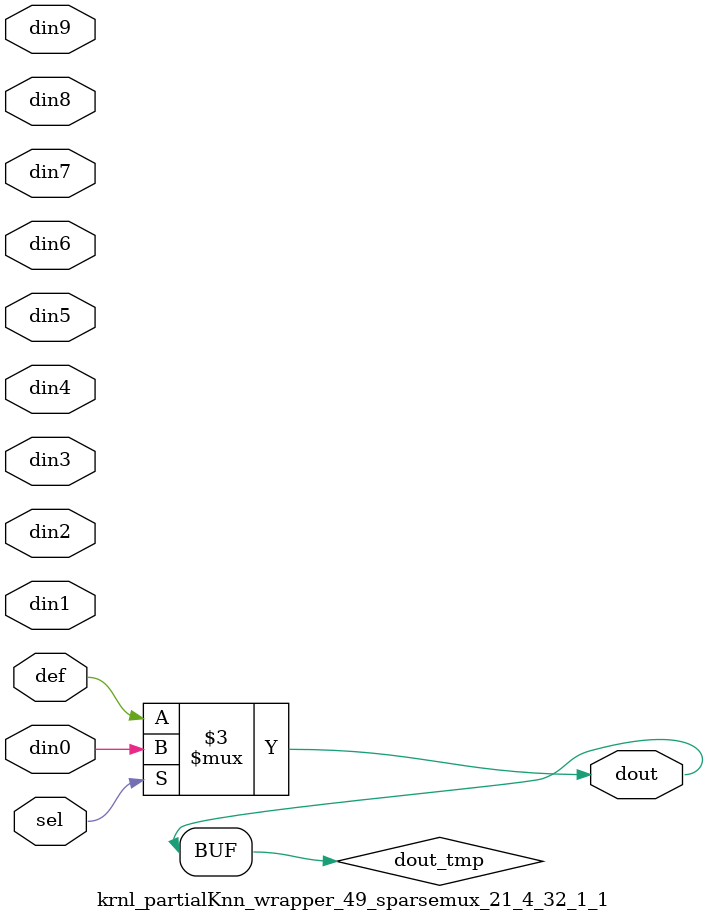
<source format=v>
`timescale 1ns / 1ps

module krnl_partialKnn_wrapper_49_sparsemux_21_4_32_1_1 (din0,din1,din2,din3,din4,din5,din6,din7,din8,din9,def,sel,dout);

parameter din0_WIDTH = 1;

parameter din1_WIDTH = 1;

parameter din2_WIDTH = 1;

parameter din3_WIDTH = 1;

parameter din4_WIDTH = 1;

parameter din5_WIDTH = 1;

parameter din6_WIDTH = 1;

parameter din7_WIDTH = 1;

parameter din8_WIDTH = 1;

parameter din9_WIDTH = 1;

parameter def_WIDTH = 1;
parameter sel_WIDTH = 1;
parameter dout_WIDTH = 1;

parameter [sel_WIDTH-1:0] CASE0 = 1;

parameter [sel_WIDTH-1:0] CASE1 = 1;

parameter [sel_WIDTH-1:0] CASE2 = 1;

parameter [sel_WIDTH-1:0] CASE3 = 1;

parameter [sel_WIDTH-1:0] CASE4 = 1;

parameter [sel_WIDTH-1:0] CASE5 = 1;

parameter [sel_WIDTH-1:0] CASE6 = 1;

parameter [sel_WIDTH-1:0] CASE7 = 1;

parameter [sel_WIDTH-1:0] CASE8 = 1;

parameter [sel_WIDTH-1:0] CASE9 = 1;

parameter ID = 1;
parameter NUM_STAGE = 1;



input [din0_WIDTH-1:0] din0;

input [din1_WIDTH-1:0] din1;

input [din2_WIDTH-1:0] din2;

input [din3_WIDTH-1:0] din3;

input [din4_WIDTH-1:0] din4;

input [din5_WIDTH-1:0] din5;

input [din6_WIDTH-1:0] din6;

input [din7_WIDTH-1:0] din7;

input [din8_WIDTH-1:0] din8;

input [din9_WIDTH-1:0] din9;

input [def_WIDTH-1:0] def;
input [sel_WIDTH-1:0] sel;

output [dout_WIDTH-1:0] dout;



reg [dout_WIDTH-1:0] dout_tmp;

always @ (*) begin
case (sel)
    
    CASE0 : dout_tmp = din0;
    
    CASE1 : dout_tmp = din1;
    
    CASE2 : dout_tmp = din2;
    
    CASE3 : dout_tmp = din3;
    
    CASE4 : dout_tmp = din4;
    
    CASE5 : dout_tmp = din5;
    
    CASE6 : dout_tmp = din6;
    
    CASE7 : dout_tmp = din7;
    
    CASE8 : dout_tmp = din8;
    
    CASE9 : dout_tmp = din9;
    
    default : dout_tmp = def;
endcase
end


assign dout = dout_tmp;



endmodule

</source>
